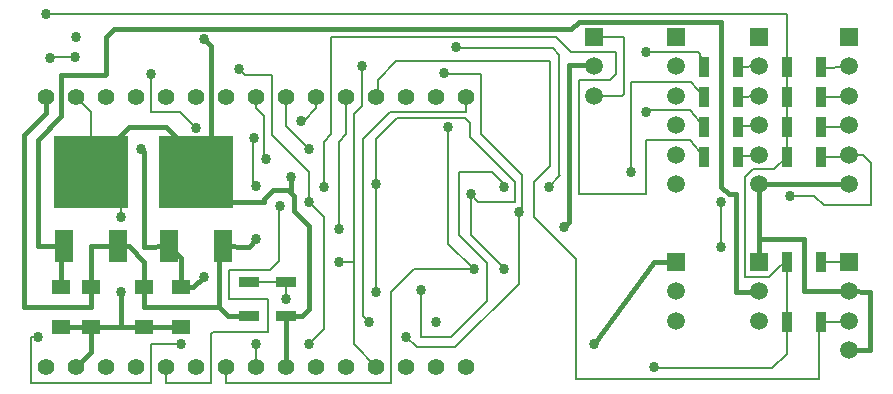
<source format=gbr>
G04 EAGLE Gerber RS-274X export*
G75*
%MOMM*%
%FSLAX34Y34*%
%LPD*%
%INBottom Copper*%
%IPPOS*%
%AMOC8*
5,1,8,0,0,1.08239X$1,22.5*%
G01*
%ADD10C,1.408000*%
%ADD11R,1.700000X0.900000*%
%ADD12R,0.900000X1.700000*%
%ADD13R,6.300000X6.100000*%
%ADD14R,1.500000X2.800000*%
%ADD15R,1.600000X1.200000*%
%ADD16C,1.508000*%
%ADD17R,1.508000X1.508000*%
%ADD18C,0.856400*%
%ADD19C,0.203200*%
%ADD20C,0.406400*%


D10*
X69850Y25400D03*
X95250Y25400D03*
X120650Y25400D03*
X146050Y25400D03*
X171450Y25400D03*
X196850Y25400D03*
X222250Y25400D03*
X247650Y25400D03*
X273050Y25400D03*
X298450Y25400D03*
X323850Y25400D03*
X349250Y25400D03*
X374650Y25400D03*
X400050Y25400D03*
X425450Y25400D03*
X425450Y254000D03*
X400050Y254000D03*
X374650Y254000D03*
X349250Y254000D03*
X323850Y254000D03*
X298450Y254000D03*
X273050Y254000D03*
X247650Y254000D03*
X222250Y254000D03*
X196850Y254000D03*
X171450Y254000D03*
X146050Y254000D03*
X120650Y254000D03*
X95250Y254000D03*
X69850Y254000D03*
D11*
X241300Y97050D03*
X241300Y68050D03*
X273050Y68050D03*
X273050Y97050D03*
D12*
X725700Y203200D03*
X696700Y203200D03*
X725700Y228600D03*
X696700Y228600D03*
X725700Y254000D03*
X696700Y254000D03*
X725700Y279400D03*
X696700Y279400D03*
D13*
X196850Y190100D03*
D14*
X219650Y127100D03*
X174050Y127100D03*
D13*
X107950Y190100D03*
D14*
X130750Y127100D03*
X85150Y127100D03*
D15*
X107950Y59200D03*
X107950Y93200D03*
X152400Y59200D03*
X152400Y93200D03*
X184150Y59200D03*
X184150Y93200D03*
X82550Y59200D03*
X82550Y93200D03*
D12*
X725700Y114300D03*
X696700Y114300D03*
X725700Y63500D03*
X696700Y63500D03*
D16*
X749300Y179800D03*
X749300Y204800D03*
X749300Y229800D03*
X749300Y254800D03*
X749300Y279800D03*
D17*
X749300Y304800D03*
D16*
X673100Y179800D03*
X673100Y204800D03*
X673100Y229800D03*
X673100Y254800D03*
X673100Y279800D03*
D17*
X673100Y304800D03*
D16*
X603250Y64300D03*
X603250Y89300D03*
D17*
X603250Y114300D03*
D16*
X673100Y64300D03*
X673100Y89300D03*
D17*
X673100Y114300D03*
D16*
X749300Y39300D03*
X749300Y64300D03*
X749300Y89300D03*
D17*
X749300Y114300D03*
D16*
X533400Y254800D03*
X533400Y279800D03*
D17*
X533400Y304800D03*
D16*
X603250Y179800D03*
X603250Y204800D03*
X603250Y229800D03*
X603250Y254800D03*
X603250Y279800D03*
D17*
X603250Y304800D03*
D12*
X626850Y203200D03*
X655850Y203200D03*
X626850Y228600D03*
X655850Y228600D03*
X626850Y254000D03*
X655850Y254000D03*
X626850Y279400D03*
X655850Y279400D03*
D18*
X267462Y161290D03*
D19*
X266954Y114554D02*
X259588Y107188D01*
X225044Y107188D01*
X225044Y82550D01*
X257302Y82550D01*
X257302Y54356D01*
X210820Y54356D01*
X209804Y53340D01*
X209804Y11176D01*
X171196Y11176D01*
X171196Y25146D01*
X171450Y25400D01*
X266954Y160782D02*
X267462Y161290D01*
X266954Y160782D02*
X266954Y114554D01*
D18*
X73152Y287020D03*
D19*
X73660Y287528D02*
X94234Y287528D01*
X73660Y287528D02*
X73152Y287020D01*
D18*
X94234Y287528D03*
X184150Y44450D03*
D19*
X158750Y44450D01*
X158750Y11176D01*
X57150Y11176D01*
X57150Y50800D01*
X62520Y50800D01*
D18*
X62520Y50800D03*
X431800Y107950D03*
D19*
X410210Y129540D01*
X410210Y228600D01*
D18*
X410210Y228600D03*
D19*
X431800Y107950D02*
X381000Y107950D01*
X361950Y88900D01*
X361950Y11176D01*
X222250Y11176D01*
X222250Y25400D01*
D18*
X196850Y227620D03*
D19*
X183170Y241300D01*
X158750Y241300D01*
X158750Y273050D01*
D18*
X158750Y273050D03*
X292100Y165100D03*
X232918Y277622D03*
D19*
X247650Y44450D02*
X247650Y25400D01*
D18*
X247650Y44450D03*
X292100Y44450D03*
D19*
X304800Y57150D02*
X304800Y152400D01*
X292100Y165100D01*
X304800Y57150D02*
X292100Y44450D01*
X261366Y272034D02*
X238506Y272034D01*
X232918Y277622D01*
X261366Y272034D02*
X261366Y221234D01*
X292100Y190500D01*
X292100Y165100D01*
D18*
X469900Y156210D03*
D19*
X472440Y187960D02*
X438150Y222250D01*
X472440Y187960D02*
X472440Y158750D01*
X469900Y156210D01*
X438150Y222250D02*
X438150Y273050D01*
X406400Y273050D01*
X469900Y156210D02*
X469900Y95250D01*
X416306Y41656D02*
X383794Y41656D01*
X374650Y50800D01*
D18*
X374650Y50800D03*
D19*
X416306Y41656D02*
X469900Y95250D01*
D18*
X406400Y274030D03*
D19*
X406400Y273050D01*
X330200Y44450D02*
X349250Y25400D01*
X337058Y246090D02*
X337058Y279618D01*
X337058Y246090D02*
X330200Y239232D01*
X330200Y114046D01*
D18*
X337058Y279618D03*
D19*
X330200Y114046D02*
X330200Y44450D01*
D18*
X317500Y114300D03*
D19*
X317754Y114046D01*
X330200Y114046D01*
D20*
X184150Y117000D02*
X174050Y127100D01*
X184150Y117000D02*
X184150Y93200D01*
X152400Y126959D02*
X152400Y207010D01*
X152400Y126959D02*
X174050Y127100D01*
X152400Y207010D02*
X149860Y209550D01*
D18*
X149860Y209550D03*
X203200Y101600D03*
D20*
X194310Y92710D01*
X184640Y92710D01*
X184150Y93200D01*
X184150Y59200D02*
X152400Y59200D01*
X133350Y59200D01*
X107950Y59200D02*
X82550Y59200D01*
X107950Y59200D02*
X107950Y38100D01*
X673100Y133350D02*
X673100Y179800D01*
X673100Y133350D02*
X673100Y114300D01*
X749102Y89498D02*
X749300Y89300D01*
X749102Y89498D02*
X711200Y89100D01*
X711200Y133350D01*
X673100Y133350D01*
X749300Y39300D02*
X767080Y39370D01*
X767080Y88900D01*
X749300Y89300D01*
X603250Y114300D02*
X584200Y114300D01*
X533400Y44450D01*
D18*
X533400Y44450D03*
D20*
X673100Y179800D02*
X749300Y179800D01*
X133350Y88900D02*
X133350Y59200D01*
D18*
X133350Y88900D03*
D19*
X533400Y304800D02*
X558800Y304800D01*
X557344Y254800D02*
X533400Y254800D01*
D18*
X133350Y152400D03*
D19*
X133350Y171450D01*
X127000Y171450D01*
X196850Y191516D02*
X196850Y203200D01*
X196850Y191516D02*
X196850Y190100D01*
X197990Y200382D02*
X209492Y196669D01*
X196850Y190100D02*
X189939Y192331D01*
D20*
X121050Y203200D02*
X107950Y190100D01*
X95250Y203200D02*
X121050Y203200D01*
D19*
X107950Y190500D02*
X127000Y171450D01*
X107950Y190500D02*
X95250Y203200D01*
X189939Y192331D02*
X197990Y200382D01*
D20*
X133350Y59200D02*
X107950Y59200D01*
D18*
X95250Y304800D03*
D20*
X107950Y38100D02*
X95250Y25400D01*
X273050Y25400D02*
X273050Y68050D01*
D18*
X203200Y302804D03*
D20*
X209492Y296512D01*
X209492Y196669D01*
D19*
X107950Y241300D02*
X95250Y254000D01*
X107950Y241300D02*
X107950Y190500D01*
D20*
X273050Y68050D02*
X273326Y68326D01*
X286258Y68326D01*
X292100Y74168D01*
X292100Y144272D02*
X279400Y156972D01*
X279400Y170180D01*
X278765Y170815D01*
X274828Y174752D01*
X261620Y174752D01*
X254000Y167132D01*
X254000Y164592D01*
X223774Y164592D02*
X196850Y191516D01*
X292100Y144272D02*
X292100Y74168D01*
X254000Y164592D02*
X223774Y164592D01*
X107950Y190100D02*
X107950Y196850D01*
X139700Y228600D01*
X171450Y228600D02*
X196850Y203200D01*
X171450Y228600D02*
X139700Y228600D01*
D19*
X557344Y254800D02*
X558800Y256256D01*
X558800Y304800D01*
D18*
X277114Y185710D03*
D20*
X277114Y172466D01*
D19*
X278765Y170815D01*
X725700Y203200D02*
X747700Y203200D01*
X749300Y204800D01*
D18*
X387350Y89888D03*
D19*
X387350Y50800D02*
X412750Y50800D01*
X442976Y81026D01*
D18*
X699770Y170152D03*
D19*
X720344Y170152D02*
X728190Y162306D01*
X720344Y170152D02*
X699770Y170152D01*
X728190Y162306D02*
X768350Y162306D01*
X768350Y197612D01*
X761162Y204800D01*
X749300Y204800D01*
X447040Y190500D02*
X419156Y190500D01*
X447040Y190500D02*
X457200Y180340D01*
X457200Y177800D01*
D18*
X457200Y177800D03*
D19*
X387350Y89888D02*
X387350Y50800D01*
X419156Y137104D02*
X419156Y190500D01*
X442976Y113284D02*
X442976Y81026D01*
X442976Y113284D02*
X419156Y137104D01*
X748275Y228775D02*
X749300Y229800D01*
X748275Y228775D02*
X744835Y228600D01*
X725700Y228600D01*
X725700Y254000D02*
X748500Y254000D01*
X749300Y254800D01*
X748372Y278872D02*
X726597Y278503D01*
X725700Y279400D01*
X748372Y278872D02*
X749300Y279800D01*
D18*
X641350Y127000D03*
D19*
X641350Y165100D01*
D18*
X641350Y165100D03*
X400050Y63500D03*
D19*
X219650Y127100D02*
X215900Y123350D01*
D20*
X224050Y68050D02*
X241300Y68050D01*
X224050Y68050D02*
X215900Y76200D01*
X215900Y123350D01*
X532397Y280803D02*
X533400Y279800D01*
X532397Y280803D02*
X512572Y280554D01*
X512572Y148082D01*
X508000Y143510D01*
D18*
X508000Y143510D03*
D20*
X152400Y93200D02*
X152400Y76200D01*
X215900Y76200D01*
X241337Y127037D02*
X247650Y133350D01*
X241337Y127037D02*
X219650Y127100D01*
D18*
X247650Y133350D03*
D20*
X107950Y127000D02*
X107950Y93200D01*
X107950Y127000D02*
X108050Y127100D01*
X130750Y127100D01*
X152400Y114300D02*
X152400Y93200D01*
X139600Y127100D02*
X130750Y127100D01*
X139600Y127100D02*
X152400Y114300D01*
X107950Y93200D02*
X107950Y76200D01*
X50800Y76200D01*
X50800Y221234D01*
X69850Y240284D02*
X69850Y254000D01*
X69850Y240284D02*
X50800Y221234D01*
D19*
X241300Y97050D02*
X273050Y97050D01*
X425450Y241300D02*
X425450Y254000D01*
X338074Y218440D02*
X338074Y68326D01*
X342900Y63500D01*
D18*
X342900Y63500D03*
X273050Y82550D03*
D19*
X273050Y97050D01*
X360934Y241300D02*
X425450Y241300D01*
X360934Y241300D02*
X338074Y218440D01*
X696700Y254000D02*
X696700Y279400D01*
X696700Y254000D02*
X696700Y228600D01*
X696700Y203200D01*
X696700Y114300D02*
X696700Y63500D01*
X661496Y186007D02*
X667909Y192420D01*
X661496Y101172D02*
X681692Y101172D01*
X661496Y101172D02*
X661496Y186007D01*
X692197Y111676D02*
X681692Y101172D01*
X685920Y192420D02*
X696700Y203200D01*
X685920Y192420D02*
X667909Y192420D01*
X696700Y114300D02*
X692197Y111676D01*
D18*
X584200Y25400D03*
D19*
X585470Y24130D01*
X684762Y24130D01*
X696700Y36068D02*
X696700Y63500D01*
X696700Y36068D02*
X684762Y24130D01*
X697484Y323850D02*
X69850Y323850D01*
X696700Y304490D02*
X697484Y323850D01*
X696700Y304490D02*
X696700Y279400D01*
D18*
X69850Y323850D03*
D19*
X748500Y63500D02*
X749300Y64300D01*
X748500Y63500D02*
X725700Y63500D01*
X724408Y62208D01*
X724408Y15240D01*
X518668Y15240D01*
X518668Y116332D02*
X482600Y152400D01*
X518668Y116332D02*
X518668Y15240D01*
X482600Y152400D02*
X482600Y181356D01*
X496824Y283464D02*
X496316Y283972D01*
X366268Y283972D01*
X350520Y268224D01*
X350520Y255270D02*
X349250Y254000D01*
X482600Y181356D02*
X496824Y195580D01*
X496824Y283464D01*
X350520Y268224D02*
X350520Y255270D01*
D18*
X317500Y142240D03*
D19*
X725700Y114300D02*
X749300Y114300D01*
X323850Y222250D02*
X323850Y254000D01*
X323850Y222250D02*
X317500Y215900D01*
X317500Y142240D01*
D20*
X514350Y311150D02*
X520700Y317500D01*
X641350Y317500D01*
X641350Y177800D01*
X647700Y171450D01*
X654050Y171450D01*
X654050Y88900D01*
X672700Y88900D01*
X673100Y89300D01*
X514350Y311150D02*
X127000Y311150D01*
X120650Y304800D01*
X120650Y273050D01*
X119888Y272288D01*
X82550Y272288D01*
X82550Y237490D01*
X62738Y217678D02*
X62738Y127762D01*
X62738Y217678D02*
X82550Y237490D01*
X82550Y124500D02*
X82550Y93200D01*
X82550Y124500D02*
X85150Y127100D01*
X63400Y127100D01*
X62738Y127762D01*
D19*
X655850Y203200D02*
X673100Y204800D01*
X673100Y229800D02*
X655850Y228600D01*
X655850Y254000D02*
X673100Y254800D01*
X673100Y279800D02*
X655850Y279400D01*
D18*
X285750Y233680D03*
D19*
X298450Y244348D02*
X298450Y254000D01*
X298450Y244348D02*
X287782Y233680D01*
X285750Y233680D01*
D18*
X292608Y209550D03*
D19*
X273050Y229108D01*
X273050Y254000D01*
D18*
X255560Y201168D03*
D19*
X254036Y202692D02*
X254036Y237708D01*
X254036Y202692D02*
X255560Y201168D01*
X247650Y244094D02*
X247650Y254000D01*
X247650Y244094D02*
X254036Y237708D01*
D18*
X495300Y177800D03*
X417068Y295946D03*
D19*
X504952Y187452D02*
X495300Y177800D01*
X498856Y294894D02*
X418120Y294894D01*
X417068Y295946D01*
X498856Y294894D02*
X504444Y289306D01*
X504444Y187960D02*
X504952Y187452D01*
X504444Y187960D02*
X504444Y289306D01*
X614642Y217424D02*
X626850Y203200D01*
X614642Y217424D02*
X577850Y217424D01*
D18*
X304800Y177800D03*
D19*
X552450Y273314D02*
X552450Y292100D01*
X552450Y273314D02*
X546852Y267716D01*
X520954Y267716D01*
X520954Y171450D01*
X577850Y171450D01*
X577850Y217424D01*
X552450Y292100D02*
X514350Y292100D01*
X501650Y304800D01*
X311150Y304800D01*
X304800Y215900D02*
X304800Y177800D01*
X304800Y215900D02*
X311150Y222250D01*
X311150Y304800D01*
X615078Y242316D02*
X626850Y228600D01*
X615078Y242316D02*
X578866Y242316D01*
X577850Y241300D01*
D18*
X577850Y241300D03*
X245872Y219202D03*
D19*
X245364Y218694D01*
X245364Y180594D01*
X247396Y178562D01*
D18*
X247396Y178562D03*
D19*
X615950Y266700D02*
X626850Y254000D01*
D18*
X565150Y190500D03*
D19*
X565150Y266700D01*
X615950Y266700D01*
X626850Y279400D02*
X622300Y292100D01*
X577850Y292100D01*
D18*
X577850Y292100D03*
X349250Y180340D03*
D19*
X349250Y88900D01*
D18*
X349250Y88900D03*
X429260Y171450D03*
D19*
X429260Y136906D01*
X457200Y108966D02*
X457200Y107950D01*
X457200Y108966D02*
X429260Y136906D01*
D18*
X457200Y107950D03*
D19*
X349250Y180340D02*
X349250Y218440D01*
X366740Y235930D02*
X424470Y235930D01*
X429006Y231394D01*
X467070Y181852D02*
X467070Y165100D01*
X429006Y219916D02*
X429006Y231394D01*
X429006Y219916D02*
X467070Y181852D01*
X467070Y165100D02*
X435610Y165100D01*
X429260Y171450D01*
X366740Y235930D02*
X349250Y218440D01*
M02*

</source>
